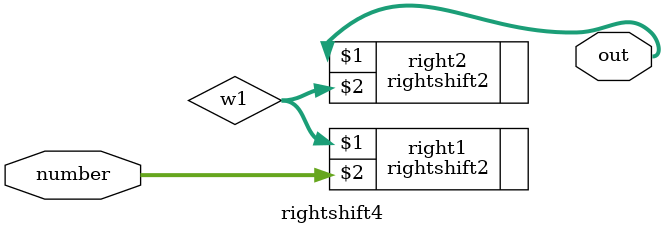
<source format=v>
module rightshift4(out, number);
    input [31:0] number;
    output [31:0] out;

    wire [31:0] w1;
    rightshift2 right1(w1, number);
    rightshift2 right2(out, w1);
endmodule
</source>
